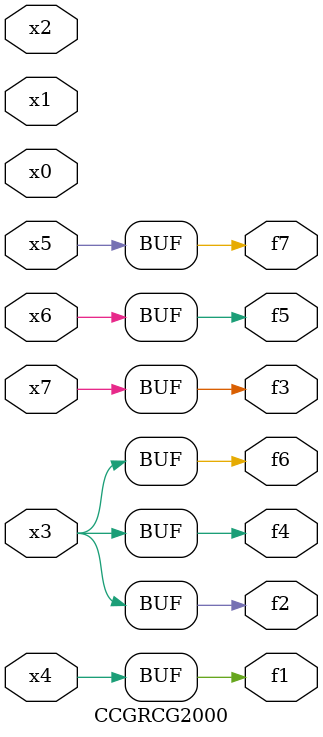
<source format=v>
module CCGRCG2000(
	input x0, x1, x2, x3, x4, x5, x6, x7,
	output f1, f2, f3, f4, f5, f6, f7
);
	assign f1 = x4;
	assign f2 = x3;
	assign f3 = x7;
	assign f4 = x3;
	assign f5 = x6;
	assign f6 = x3;
	assign f7 = x5;
endmodule

</source>
